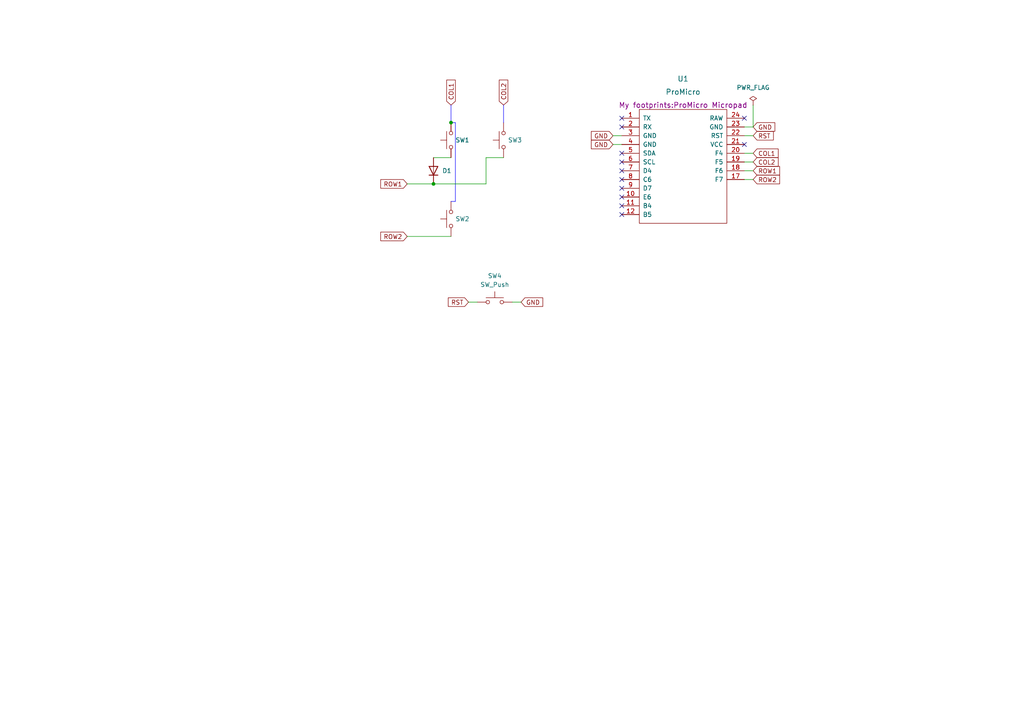
<source format=kicad_sch>
(kicad_sch (version 20211123) (generator eeschema)
  (paper "A4")
  (lib_symbols
    (symbol "Diode:1N4148" (pin_numbers hide) (pin_names hide)
      (property "Reference" "D" (at 0 2.54 0))
      (property "Value" "1N4148" (at 0 -2.54 0))
      (symbol "1N4148_0_1"
        (polyline (pts (xy -1.27 1.27) (xy -1.27 -1.27)) (stroke (width 0.254)))
        (polyline (pts (xy 1.27 0) (xy -1.27 0)))
        (polyline (pts (xy 1.27 1.27) (xy 1.27 -1.27) (xy -1.27 0) (xy 1.27 1.27)) (stroke (width 0.254)))
      )
      (symbol "1N4148_1_1"
        (pin passive line (at -3.81 0 0) (length 2.54) (name "K") (number "1"))
        (pin passive line (at 3.81 0 180) (length 2.54) (name "A") (number "2"))
      )
    )
    (symbol "ProMicro_Micropad:ProMicro" (pin_names (offset 1.016))
      (property "Reference" "U" (at 0 24.13 0))
      (property "Value" "ProMicro" (at 0 -13.97 0))
      (symbol "ProMicro_0_1"
        (rectangle (start -12.7 21.59) (end 12.7 -11.43))
      )
      (symbol "ProMicro_1_1"
        (pin bidirectional line (at -17.78 19.05 0) (length 5.08) (name "TX") (number "1"))
        (pin bidirectional line (at -17.78 -3.81 0) (length 5.08) (name "E6") (number "10"))
        (pin bidirectional line (at -17.78 -6.35 0) (length 5.08) (name "B4") (number "11"))
        (pin bidirectional line (at -17.78 -8.89 0) (length 5.08) (name "B5") (number "12"))
        (pin bidirectional line (at 17.78 1.27 180) (length 5.08) (name "F7") (number "17"))
        (pin bidirectional line (at 17.78 3.81 180) (length 5.08) (name "F6") (number "18"))
        (pin bidirectional line (at 17.78 6.35 180) (length 5.08) (name "F5") (number "19"))
        (pin bidirectional line (at -17.78 16.51 0) (length 5.08) (name "RX") (number "2"))
        (pin bidirectional line (at 17.78 8.89 180) (length 5.08) (name "F4") (number "20"))
        (pin power_in line (at 17.78 11.43 180) (length 5.08) (name "VCC") (number "21"))
        (pin input line (at 17.78 13.97 180) (length 5.08) (name "RST") (number "22"))
        (pin power_in line (at 17.78 16.51 180) (length 5.08) (name "GND") (number "23"))
        (pin power_out line (at 17.78 19.05 180) (length 5.08) (name "RAW") (number "24"))
        (pin power_in line (at -17.78 13.97 0) (length 5.08) (name "GND") (number "3"))
        (pin power_in line (at -17.78 11.43 0) (length 5.08) (name "GND") (number "4"))
        (pin bidirectional line (at -17.78 8.89 0) (length 5.08) (name "SDA") (number "5"))
        (pin bidirectional line (at -17.78 6.35 0) (length 5.08) (name "SCL") (number "6"))
        (pin bidirectional line (at -17.78 3.81 0) (length 5.08) (name "D4") (number "7"))
        (pin bidirectional line (at -17.78 1.27 0) (length 5.08) (name "C6") (number "8"))
        (pin bidirectional line (at -17.78 -1.27 0) (length 5.08) (name "D7") (number "9"))
      )
    )
    (symbol "Switch:SW_Push" (pin_numbers hide) (pin_names (offset 1.016) hide)
      (property "Reference" "SW" (at 1.27 2.54 0))
      (property "Value" "SW_Push" (at 0 -1.524 0))
      (symbol "SW_Push_0_1"
        (circle (center -2.032 0) (radius 0.508))
        (polyline (pts (xy 0 1.27) (xy 0 3.048)))
        (polyline (pts (xy 2.54 1.27) (xy -2.54 1.27)))
        (circle (center 2.032 0) (radius 0.508))
        (pin passive line (at -5.08 0 0) (length 2.54) (name "1") (number "1"))
        (pin passive line (at 5.08 0 180) (length 2.54) (name "2") (number "2"))
      )
    )
    (symbol "power:PWR_FLAG" (power) (pin_numbers hide) (pin_names (offset 0) hide)
      (property "Value" "PWR_FLAG" (at 0 3.81 0))
      (symbol "PWR_FLAG_0_0"
        (pin power_out line (at 0 0 90) (length 0) (name "pwr") (number "1"))
      )
      (symbol "PWR_FLAG_0_1"
        (polyline (pts (xy 0 0) (xy 0 1.27) (xy -1.016 1.905) (xy 0 2.54) (xy 1.016 1.905) (xy 0 1.27)))
      )
    )
  )
  (junction (at 130.81 35.56))
  (junction (at 125.73 53.34))
  (no_connect (at 180.34 62.23))
  (no_connect (at 180.34 49.53))
  (no_connect (at 180.34 46.99))
  (no_connect (at 180.34 44.45))
  (no_connect (at 215.9 41.91))
  (no_connect (at 180.34 54.61))
  (no_connect (at 180.34 59.69))
  (no_connect (at 180.34 57.15))
  (no_connect (at 180.34 52.07))
  (no_connect (at 215.9 34.29))
  (no_connect (at 180.34 36.83))
  (no_connect (at 180.34 34.29))
  (wire (pts (xy 135.89 87.63) (xy 138.43 87.63)))
  (wire (pts (xy 146.05 30.48) (xy 146.05 35.56)) (stroke (width 0) (color 15 8 255 1)))
  (wire (pts (xy 118.11 53.34) (xy 125.73 53.34)))
  (wire (pts (xy 132.08 58.42) (xy 130.81 58.42)) (stroke (width 0) (color 15 8 255 1)))
  (wire (pts (xy 215.9 49.53) (xy 218.44 49.53)))
  (wire (pts (xy 132.08 35.56) (xy 132.08 58.42)) (stroke (width 0) (color 15 8 255 1)))
  (wire (pts (xy 130.81 35.56) (xy 132.08 35.56)) (stroke (width 0) (color 15 8 255 1)))
  (wire (pts (xy 130.81 30.48) (xy 130.81 35.56)) (stroke (width 0) (color 15 8 255 1)))
  (wire (pts (xy 215.9 36.83) (xy 218.44 36.83)))
  (wire (pts (xy 125.73 45.72) (xy 130.81 45.72)))
  (wire (pts (xy 215.9 39.37) (xy 218.44 39.37)))
  (wire (pts (xy 125.73 53.34) (xy 140.97 53.34)))
  (wire (pts (xy 148.59 87.63) (xy 151.13 87.63)))
  (wire (pts (xy 215.9 44.45) (xy 218.44 44.45)))
  (wire (pts (xy 218.44 30.48) (xy 218.44 36.83)))
  (wire (pts (xy 215.9 46.99) (xy 218.44 46.99)))
  (wire (pts (xy 177.8 39.37) (xy 180.34 39.37)))
  (wire (pts (xy 177.8 41.91) (xy 180.34 41.91)))
  (wire (pts (xy 140.97 45.72) (xy 146.05 45.72)))
  (wire (pts (xy 140.97 45.72) (xy 140.97 53.34)))
  (wire (pts (xy 118.11 68.58) (xy 130.81 68.58)))
  (wire (pts (xy 215.9 52.07) (xy 218.44 52.07)))
  (global_label "ROW1" (shape input) (at 218.44 49.53 0) (property "Intersheet References" "${INTERSHEET_REFS}" (effects hide)))
  (global_label "COL2" (shape input) (at 146.05 30.48 90) (property "Intersheet References" "${INTERSHEET_REFS}" (effects hide)))
  (global_label "COL2" (shape input) (at 218.44 46.99 0) (property "Intersheet References" "${INTERSHEET_REFS}" (effects hide)))
  (global_label "GND" (shape input) (at 218.44 36.83 0) (property "Intersheet References" "${INTERSHEET_REFS}" (effects hide)))
  (global_label "COL1" (shape input) (at 218.44 44.45 0) (property "Intersheet References" "${INTERSHEET_REFS}" (effects hide)))
  (global_label "RST" (shape input) (at 135.89 87.63 180) (property "Intersheet References" "${INTERSHEET_REFS}" (effects hide)))
  (global_label "GND" (shape input) (at 177.8 39.37 180) (property "Intersheet References" "${INTERSHEET_REFS}" (effects hide)))
  (global_label "GND" (shape input) (at 177.8 41.91 180) (property "Intersheet References" "${INTERSHEET_REFS}" (effects hide)))
  (global_label "RST" (shape input) (at 218.44 39.37 0) (property "Intersheet References" "${INTERSHEET_REFS}" (effects hide)))
  (global_label "ROW2" (shape input) (at 118.11 68.58 180) (property "Intersheet References" "${INTERSHEET_REFS}" (effects hide)))
  (global_label "COL1" (shape input) (at 130.81 30.48 90) (property "Intersheet References" "${INTERSHEET_REFS}" (effects hide)))
  (global_label "ROW2" (shape input) (at 218.44 52.07 0) (property "Intersheet References" "${INTERSHEET_REFS}" (effects hide)))
  (global_label "GND" (shape input) (at 151.13 87.63 0) (property "Intersheet References" "${INTERSHEET_REFS}" (effects hide)))
  (global_label "ROW1" (shape input) (at 118.11 53.34 180) (property "Intersheet References" "${INTERSHEET_REFS}" (effects hide)))
  (symbol (lib_id "Switch:SW_Push") (at 143.51 87.63 0) (unit 1)
    (property "Reference" "SW4" (at 143.51 80.01 0))
    (property "Value" "SW_Push" (at 143.51 82.55 0))
    (property "Footprint" "Button_Switch_SMD:SW_SPST_SKQG_WithoutStem" (effects hide))
  )
  (symbol (lib_id "power:PWR_FLAG") (at 218.44 30.48 0) (unit 1)
    (property "Reference" "#FLG0101" (effects hide))
    (property "Value" "PWR_FLAG" (at 218.44 25.4 0))
  )
  (symbol (lib_id "ProMicro_Micropad:ProMicro") (at 198.12 53.34 0) (unit 1)
    (property "Reference" "U1" (at 198.12 22.86 0) (effects (font (size 1.524 1.524))))
    (property "Value" "ProMicro" (at 198.12 26.67 0) (effects (font (size 1.524 1.524))))
    (property "Footprint" "My footprints:ProMicro Micropad" (at 198.12 30.48 0) (effects (font (size 1.524 1.524))))
  )
  (symbol (lib_id "Switch:SW_Push") (at 130.81 63.5 90) (unit 1)
    (property "Reference" "SW2" (at 132.08 63.4999 90) (effects (justify right)))
    (property "Value" "SW_Push" (effects hide))
    (property "Footprint" "My footprints:SW_Cherry_MX_Plate" (effects hide))
  )
  (symbol (lib_id "Switch:SW_Push") (at 130.81 40.64 90) (unit 1)
    (property "Reference" "SW1" (at 132.08 40.6399 90) (effects (justify right)))
    (property "Value" "SW_Push" (effects hide))
    (property "Footprint" "My footprints:SW_Cherry_MX_Plate" (effects hide))
  )
  (symbol (lib_id "Switch:SW_Push") (at 146.05 40.64 90) (unit 1)
    (property "Reference" "SW3" (at 147.32 40.6399 90) (effects (justify right)))
    (property "Value" "SW_Push" (effects hide))
    (property "Footprint" "My footprints:SW_Cherry_MX_Plate_2.00u" (effects hide))
  )
  (symbol (lib_id "Diode:1N4148") (at 125.73 49.53 90) (unit 1)
    (property "Reference" "D1" (at 128.27 49.5299 90) (effects (justify right)))
    (property "Value" "1N4148" (effects hide))
    (property "Footprint" "Diode_THT:D_DO-35_SOD27_P7.62mm_Horizontal" (effects hide))
    (property "Datasheet" "https://assets.nexperia.com/documents/data-sheet/1N4148_1N4448.pdf" (effects hide))
  )
)
</source>
